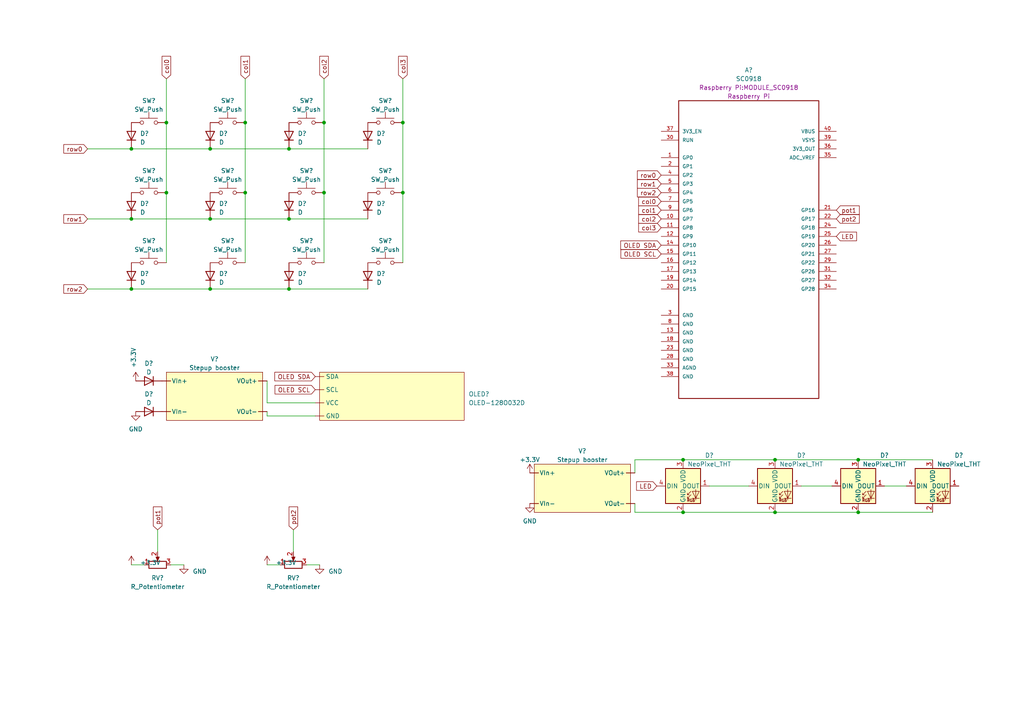
<source format=kicad_sch>
(kicad_sch (version 20230121) (generator eeschema)
  (paper "A4")
  (lib_symbols
    (symbol "Device:D" (pin_numbers hide) (pin_names (offset 1.016) hide)
      (property "Reference" "D" (at 0 2.54 0))
      (property "Value" "D" (at 0 -2.54 0))
      (symbol "D_0_1"
        (polyline (pts (xy -1.27 1.27) (xy -1.27 -1.27)) (stroke (width 0.254)))
        (polyline (pts (xy 1.27 0) (xy -1.27 0)))
        (polyline (pts (xy 1.27 1.27) (xy 1.27 -1.27) (xy -1.27 0) (xy 1.27 1.27)) (stroke (width 0.254)))
      )
      (symbol "D_1_1"
        (pin passive line (at -3.81 0 0) (length 2.54) (name "K") (number "1"))
        (pin passive line (at 3.81 0 180) (length 2.54) (name "A") (number "2"))
      )
    )
    (symbol "Device:R_Potentiometer" (pin_names (offset 1.016) hide)
      (property "Reference" "RV" (at -4.445 0 90))
      (property "Value" "R_Potentiometer" (at -2.54 0 90))
      (symbol "R_Potentiometer_0_1"
        (polyline (pts (xy 2.54 0) (xy 1.524 0)))
        (polyline (pts (xy 1.143 0) (xy 2.286 0.508) (xy 2.286 -0.508) (xy 1.143 0)) (fill (type outline)))
        (rectangle (start 1.016 2.54) (end -1.016 -2.54) (stroke (width 0.254)))
      )
      (symbol "R_Potentiometer_1_1"
        (pin passive line (at 0 3.81 270) (length 1.27) (name "1") (number "1"))
        (pin passive line (at 3.81 0 180) (length 1.27) (name "2") (number "2"))
        (pin passive line (at 0 -3.81 90) (length 1.27) (name "3") (number "3"))
      )
    )
    (symbol "Display_Graphic:OLED-128O032D"
      (property "Reference" "OLED" (at -10.16 38.1 0))
      (property "Value" "OLED-128O032D" (at 12.7 38.1 0))
      (symbol "OLED-128O032D_0_1"
        (rectangle (start -20.32 16.51) (end 21.59 2.54) (fill (type background)))
      )
      (symbol "OLED-128O032D_1_1"
        (pin power_in line (at 22.86 15.24 180) (length 2.54) (name "GND") (number ""))
        (pin input line (at 22.86 7.62 180) (length 2.54) (name "SCL") (number ""))
        (pin input line (at 22.86 3.81 180) (length 2.54) (name "SDA") (number ""))
        (pin power_in line (at 22.86 11.43 180) (length 2.54) (name "VCC") (number ""))
      )
    )
    (symbol "LED:NeoPixel_THT" (pin_names (offset 0.254))
      (property "Reference" "D" (at 5.08 5.715 0))
      (property "Value" "NeoPixel_THT" (at 1.27 -5.715 0))
      (symbol "NeoPixel_THT_0_0"
        (text "RGB" (at 2.286 -4.191 0) (effects (font (size 0.762 0.762))))
      )
      (symbol "NeoPixel_THT_0_1"
        (polyline (pts (xy 1.27 -3.556) (xy 1.778 -3.556)))
        (polyline (pts (xy 1.27 -2.54) (xy 1.778 -2.54)))
        (polyline (pts (xy 4.699 -3.556) (xy 2.667 -3.556)))
        (polyline (pts (xy 2.286 -2.54) (xy 1.27 -3.556) (xy 1.27 -3.048)))
        (polyline (pts (xy 2.286 -1.524) (xy 1.27 -2.54) (xy 1.27 -2.032)))
        (polyline (pts (xy 3.683 -1.016) (xy 3.683 -3.556) (xy 3.683 -4.064)))
        (polyline (pts (xy 4.699 -1.524) (xy 2.667 -1.524) (xy 3.683 -3.556) (xy 4.699 -1.524)))
        (rectangle (start 5.08 5.08) (end -5.08 -5.08) (stroke (width 0.254)) (fill (type background)))
      )
      (symbol "NeoPixel_THT_1_1"
        (pin output line (at 7.62 0 180) (length 2.54) (name "DOUT") (number "1"))
        (pin power_in line (at 0 -7.62 90) (length 2.54) (name "GND") (number "2"))
        (pin power_in line (at 0 7.62 270) (length 2.54) (name "VDD") (number "3"))
        (pin input line (at -7.62 0 0) (length 2.54) (name "DIN") (number "4"))
      )
    )
    (symbol "Raspberry_Pi_Pico_W_SC0918:SC0918" (pin_names (offset 1.016))
      (property "Reference" "A1" (at 0 58.42 0))
      (property "Value" "SC0918" (at 0 55.88 0))
      (property "Footprint" "Raspberry Pi:MODULE_SC0918" (at -12.7 -46.99 0))
      (property "manufacturer" "Raspberry Pi" (at 0 53.34 0))
      (symbol "SC0918_0_0"
        (rectangle (start -20.32 -43.18) (end 20.32 43.18) (stroke (width 0.254)))
        (pin bidirectional line (at -25.4 26.67 0) (length 5.08) (name "GP0") (number "1"))
        (pin bidirectional line (at -25.4 8.89 0) (length 5.08) (name "GP7") (number "10"))
        (pin bidirectional line (at -25.4 6.35 0) (length 5.08) (name "GP8") (number "11"))
        (pin bidirectional line (at -25.4 3.81 0) (length 5.08) (name "GP9") (number "12"))
        (pin power_in line (at -25.4 -24.13 0) (length 5.08) (name "GND") (number "13"))
        (pin bidirectional line (at -25.4 1.27 0) (length 5.08) (name "GP10") (number "14"))
        (pin bidirectional line (at -25.4 -1.27 0) (length 5.08) (name "GP11") (number "15"))
        (pin bidirectional line (at -25.4 -3.81 0) (length 5.08) (name "GP12") (number "16"))
        (pin bidirectional line (at -25.4 -6.35 0) (length 5.08) (name "GP13") (number "17"))
        (pin power_in line (at -25.4 -26.67 0) (length 5.08) (name "GND") (number "18"))
        (pin bidirectional line (at -25.4 -8.89 0) (length 5.08) (name "GP14") (number "19"))
        (pin bidirectional line (at -25.4 24.13 0) (length 5.08) (name "GP1") (number "2"))
        (pin bidirectional line (at -25.4 -11.43 0) (length 5.08) (name "GP15") (number "20"))
        (pin bidirectional line (at 25.4 11.43 180) (length 5.08) (name "GP16") (number "21"))
        (pin bidirectional line (at 25.4 8.89 180) (length 5.08) (name "GP17") (number "22"))
        (pin power_in line (at -25.4 -29.21 0) (length 5.08) (name "GND") (number "23"))
        (pin bidirectional line (at 25.4 6.35 180) (length 5.08) (name "GP18") (number "24"))
        (pin bidirectional line (at 25.4 3.81 180) (length 5.08) (name "GP19") (number "25"))
        (pin bidirectional line (at 25.4 1.27 180) (length 5.08) (name "GP20") (number "26"))
        (pin bidirectional line (at 25.4 -1.27 180) (length 5.08) (name "GP21") (number "27"))
        (pin power_in line (at -25.4 -31.75 0) (length 5.08) (name "GND") (number "28"))
        (pin bidirectional line (at 25.4 -3.81 180) (length 5.08) (name "GP22") (number "29"))
        (pin power_in line (at -25.4 -19.05 0) (length 5.08) (name "GND") (number "3"))
        (pin input line (at -25.4 31.75 0) (length 5.08) (name "RUN") (number "30"))
        (pin bidirectional line (at 25.4 -6.35 180) (length 5.08) (name "GP26") (number "31"))
        (pin bidirectional line (at 25.4 -8.89 180) (length 5.08) (name "GP27") (number "32"))
        (pin power_in line (at -25.4 -34.29 0) (length 5.08) (name "AGND") (number "33"))
        (pin bidirectional line (at 25.4 -11.43 180) (length 5.08) (name "GP28") (number "34"))
        (pin power_in line (at 25.4 26.67 180) (length 5.08) (name "ADC_VREF") (number "35"))
        (pin power_in line (at 25.4 29.21 180) (length 5.08) (name "3V3_OUT") (number "36"))
        (pin input line (at -25.4 34.29 0) (length 5.08) (name "3V3_EN") (number "37"))
        (pin power_in line (at -25.4 -36.83 0) (length 5.08) (name "GND") (number "38"))
        (pin free line (at 25.4 31.75 180) (length 5.08) (name "VSYS") (number "39"))
        (pin bidirectional line (at -25.4 21.59 0) (length 5.08) (name "GP2") (number "4"))
        (pin free line (at 25.4 34.29 180) (length 5.08) (name "VBUS") (number "40"))
        (pin bidirectional line (at -25.4 19.05 0) (length 5.08) (name "GP3") (number "5"))
        (pin bidirectional line (at -25.4 16.51 0) (length 5.08) (name "GP4") (number "6"))
        (pin bidirectional line (at -25.4 13.97 0) (length 5.08) (name "GP5") (number "7"))
        (pin power_in line (at -25.4 -21.59 0) (length 5.08) (name "GND") (number "8"))
        (pin bidirectional line (at -25.4 11.43 0) (length 5.08) (name "GP6") (number "9"))
      )
    )
    (symbol "Regulator_Linear:MAX5092AATE" (pin_names (offset 0.254))
      (property "Reference" "V" (at -8.89 15.875 0))
      (property "Value" "Stepup booster" (at 0 15.875 0))
      (symbol "MAX5092AATE_0_1"
        (rectangle (start -15.24 11.43) (end 12.7 -2.54) (fill (type background)))
      )
      (symbol "MAX5092AATE_1_1"
        (pin input line (at 13.97 8.89 180) (length 2.54) (name "VIn+") (number ""))
        (pin input line (at 13.97 0 180) (length 2.54) (name "VIn-") (number ""))
        (pin output line (at -16.51 8.89 0) (length 2.54) (name "VOut+") (number ""))
        (pin output line (at -16.51 0 0) (length 2.54) (name "VOut-") (number ""))
      )
    )
    (symbol "Switch:SW_Push" (pin_numbers hide) (pin_names (offset 1.016) hide)
      (property "Reference" "SW" (at 1.27 2.54 0))
      (property "Value" "SW_Push" (at 0 -1.524 0))
      (symbol "SW_Push_0_1"
        (circle (center -2.032 0) (radius 0.508))
        (polyline (pts (xy 0 1.27) (xy 0 3.048)))
        (polyline (pts (xy 2.54 1.27) (xy -2.54 1.27)))
        (circle (center 2.032 0) (radius 0.508))
        (pin passive line (at -5.08 0 0) (length 2.54) (name "1") (number "1"))
        (pin passive line (at 5.08 0 180) (length 2.54) (name "2") (number "2"))
      )
    )
    (symbol "power:+3.3V" (power) (pin_names (offset 0))
      (property "Value" "+3.3V" (at 0 3.556 0))
      (symbol "+3.3V_0_1"
        (polyline (pts (xy -0.762 1.27) (xy 0 2.54)))
        (polyline (pts (xy 0 0) (xy 0 2.54)))
        (polyline (pts (xy 0 2.54) (xy 0.762 1.27)))
      )
      (symbol "+3.3V_1_1"
        (pin power_in line (at 0 0 90) (length 0) hide (name "+3.3V") (number "1"))
      )
    )
    (symbol "power:GND" (power) (pin_names (offset 0))
      (property "Value" "GND" (at 0 -3.81 0))
      (symbol "GND_0_1"
        (polyline (pts (xy 0 0) (xy 0 -1.27) (xy 1.27 -1.27) (xy 0 -2.54) (xy -1.27 -1.27) (xy 0 -1.27)))
      )
      (symbol "GND_1_1"
        (pin power_in line (at 0 0 270) (length 0) hide (name "GND") (number "1"))
      )
    )
  )
  (junction (at 116.84 55.88))
  (junction (at 198.12 148.59))
  (junction (at 38.1 63.5))
  (junction (at 38.1 83.82))
  (junction (at 83.82 63.5))
  (junction (at 198.12 133.35))
  (junction (at 248.92 133.35))
  (junction (at 116.84 35.56))
  (junction (at 248.92 148.59))
  (junction (at 83.82 83.82))
  (junction (at 48.26 55.88))
  (junction (at 93.98 55.88))
  (junction (at 38.1 43.18))
  (junction (at 60.96 43.18))
  (junction (at 48.26 35.56))
  (junction (at 224.79 148.59))
  (junction (at 71.12 55.88))
  (junction (at 60.96 83.82))
  (junction (at 224.79 133.35))
  (junction (at 60.96 63.5))
  (junction (at 83.82 43.18))
  (junction (at 93.98 35.56))
  (junction (at 71.12 35.56))
  (wire (pts (xy 248.92 148.59) (xy 270.51 148.59)))
  (wire (pts (xy 60.96 63.5) (xy 83.82 63.5)))
  (wire (pts (xy 71.12 35.56) (xy 71.12 55.88)))
  (wire (pts (xy 83.82 63.5) (xy 106.68 63.5)))
  (wire (pts (xy 93.98 22.86) (xy 93.98 35.56)))
  (wire (pts (xy 25.4 63.5) (xy 38.1 63.5)))
  (wire (pts (xy 256.54 140.97) (xy 262.89 140.97)))
  (wire (pts (xy 48.26 55.88) (xy 48.26 76.2)))
  (wire (pts (xy 77.47 163.83) (xy 81.28 163.83)))
  (wire (pts (xy 49.53 163.83) (xy 53.34 163.83)))
  (wire (pts (xy 184.15 137.16) (xy 184.15 133.35)))
  (wire (pts (xy 232.41 140.97) (xy 241.3 140.97)))
  (wire (pts (xy 83.82 83.82) (xy 106.68 83.82)))
  (wire (pts (xy 198.12 133.35) (xy 224.79 133.35)))
  (wire (pts (xy 88.9 163.83) (xy 92.71 163.83)))
  (wire (pts (xy 116.84 22.86) (xy 116.84 35.56)))
  (wire (pts (xy 205.74 140.97) (xy 217.17 140.97)))
  (wire (pts (xy 116.84 35.56) (xy 116.84 55.88)))
  (wire (pts (xy 77.47 120.65) (xy 91.44 120.65)))
  (wire (pts (xy 25.4 83.82) (xy 38.1 83.82)))
  (wire (pts (xy 224.79 133.35) (xy 248.92 133.35)))
  (wire (pts (xy 48.26 22.86) (xy 48.26 35.56)))
  (wire (pts (xy 184.15 146.05) (xy 184.15 148.59)))
  (wire (pts (xy 93.98 35.56) (xy 93.98 55.88)))
  (wire (pts (xy 77.47 110.49) (xy 77.47 116.84)))
  (wire (pts (xy 71.12 22.86) (xy 71.12 35.56)))
  (wire (pts (xy 45.72 153.67) (xy 45.72 160.02)))
  (wire (pts (xy 184.15 133.35) (xy 198.12 133.35)))
  (wire (pts (xy 38.1 43.18) (xy 60.96 43.18)))
  (wire (pts (xy 60.96 83.82) (xy 83.82 83.82)))
  (wire (pts (xy 48.26 35.56) (xy 48.26 55.88)))
  (wire (pts (xy 77.47 119.38) (xy 77.47 120.65)))
  (wire (pts (xy 83.82 43.18) (xy 106.68 43.18)))
  (wire (pts (xy 71.12 55.88) (xy 71.12 76.2)))
  (wire (pts (xy 85.09 153.67) (xy 85.09 160.02)))
  (wire (pts (xy 38.1 63.5) (xy 60.96 63.5)))
  (wire (pts (xy 224.79 148.59) (xy 248.92 148.59)))
  (wire (pts (xy 93.98 55.88) (xy 93.98 76.2)))
  (wire (pts (xy 198.12 148.59) (xy 224.79 148.59)))
  (wire (pts (xy 184.15 148.59) (xy 198.12 148.59)))
  (wire (pts (xy 248.92 133.35) (xy 270.51 133.35)))
  (wire (pts (xy 38.1 163.83) (xy 41.91 163.83)))
  (wire (pts (xy 77.47 116.84) (xy 91.44 116.84)))
  (wire (pts (xy 38.1 83.82) (xy 60.96 83.82)))
  (wire (pts (xy 60.96 43.18) (xy 83.82 43.18)))
  (wire (pts (xy 25.4 43.18) (xy 38.1 43.18)))
  (wire (pts (xy 116.84 55.88) (xy 116.84 76.2)))
  (global_label "row2" (shape input) (at 191.77 55.88 180) (property "Intersheetrefs" "${INTERSHEET_REFS}" (effects hide)))
  (global_label "row2" (shape input) (at 25.4 83.82 180) (property "Intersheetrefs" "${INTERSHEET_REFS}" (effects hide)))
  (global_label "LED" (shape input) (at 242.57 68.58 0) (property "Intersheetrefs" "${INTERSHEET_REFS}" (effects hide)))
  (global_label "row0" (shape input) (at 25.4 43.18 180) (property "Intersheetrefs" "${INTERSHEET_REFS}" (effects hide)))
  (global_label "LED" (shape input) (at 190.5 140.97 180) (property "Intersheetrefs" "${INTERSHEET_REFS}" (effects hide)))
  (global_label "OLED SDA" (shape input) (at 191.77 71.12 180) (property "Intersheetrefs" "${INTERSHEET_REFS}" (effects hide)))
  (global_label "row1" (shape input) (at 191.77 53.34 180) (property "Intersheetrefs" "${INTERSHEET_REFS}" (effects hide)))
  (global_label "pot2" (shape input) (at 242.57 63.5 0) (property "Intersheetrefs" "${INTERSHEET_REFS}" (effects hide)))
  (global_label "OLED SDA" (shape input) (at 91.44 109.22 180) (property "Intersheetrefs" "${INTERSHEET_REFS}" (effects hide)))
  (global_label "pot2" (shape input) (at 85.09 153.67 90) (property "Intersheetrefs" "${INTERSHEET_REFS}" (effects hide)))
  (global_label "row1" (shape input) (at 25.4 63.5 180) (property "Intersheetrefs" "${INTERSHEET_REFS}" (effects hide)))
  (global_label "col0" (shape input) (at 48.26 22.86 90) (property "Intersheetrefs" "${INTERSHEET_REFS}" (effects hide)))
  (global_label "col0" (shape input) (at 191.77 58.42 180) (property "Intersheetrefs" "${INTERSHEET_REFS}" (effects hide)))
  (global_label "row0" (shape input) (at 191.77 50.8 180) (property "Intersheetrefs" "${INTERSHEET_REFS}" (effects hide)))
  (global_label "col1" (shape input) (at 191.77 60.96 180) (property "Intersheetrefs" "${INTERSHEET_REFS}" (effects hide)))
  (global_label "col2" (shape input) (at 93.98 22.86 90) (property "Intersheetrefs" "${INTERSHEET_REFS}" (effects hide)))
  (global_label "col3" (shape input) (at 191.77 66.04 180) (property "Intersheetrefs" "${INTERSHEET_REFS}" (effects hide)))
  (global_label "col2" (shape input) (at 191.77 63.5 180) (property "Intersheetrefs" "${INTERSHEET_REFS}" (effects hide)))
  (global_label "OLED SCL" (shape input) (at 191.77 73.66 180) (property "Intersheetrefs" "${INTERSHEET_REFS}" (effects hide)))
  (global_label "col3" (shape input) (at 116.84 22.86 90) (property "Intersheetrefs" "${INTERSHEET_REFS}" (effects hide)))
  (global_label "pot1" (shape input) (at 242.57 60.96 0) (property "Intersheetrefs" "${INTERSHEET_REFS}" (effects hide)))
  (global_label "pot1" (shape input) (at 45.72 153.67 90) (property "Intersheetrefs" "${INTERSHEET_REFS}" (effects hide)))
  (global_label "col1" (shape input) (at 71.12 22.86 90) (property "Intersheetrefs" "${INTERSHEET_REFS}" (effects hide)))
  (global_label "OLED SCL" (shape input) (at 91.44 113.03 180) (property "Intersheetrefs" "${INTERSHEET_REFS}" (effects hide)))
  (symbol (lib_id "power:GND") (at 39.37 119.38 0) (unit 1)
    (property "Reference" "#PWR08" (effects hide))
    (property "Value" "GND" (at 39.37 124.46 0))
  )
  (symbol (lib_id "Raspberry_Pi_Pico_W_SC0918:SC0918") (at 217.17 72.39 0) (unit 1)
    (property "Reference" "A?" (at 217.17 20.32 0))
    (property "Value" "SC0918" (at 217.17 22.86 0))
    (property "Footprint" "Raspberry Pi:MODULE_SC0918" (at 217.17 25.4 0))
    (property "Datasheet" "https://datasheets.raspberrypi.com/picow/pico-w-datasheet.pdf" (effects hide))
    (property "manufacturer" "Raspberry Pi" (at 217.17 27.94 0))
    (property "P/N" "SC0918" (effects hide))
    (property "PARTREV" "1.6" (effects hide))
    (property "MAXIMUM_PACKAGE_HEIGHT" "3.73mm" (effects hide))
  )
  (symbol (lib_id "Device:D") (at 106.68 39.37 90) (unit 1)
    (property "Reference" "D?" (at 109.22 38.735 90) (effects (justify right)))
    (property "Value" "D" (at 109.22 41.275 90) (effects (justify right)))
    (property "Sim.Device" "D" (effects hide))
    (property "Sim.Pins" "1=K 2=A" (effects hide))
  )
  (symbol (lib_id "Switch:SW_Push") (at 43.18 76.2 0) (unit 1)
    (property "Reference" "SW?" (at 43.18 69.85 0))
    (property "Value" "SW_Push" (at 43.18 72.39 0))
  )
  (symbol (lib_id "Switch:SW_Push") (at 88.9 35.56 0) (unit 1)
    (property "Reference" "SW?" (at 88.9 29.21 0))
    (property "Value" "SW_Push" (at 88.9 31.75 0))
  )
  (symbol (lib_id "Device:D") (at 60.96 59.69 90) (unit 1)
    (property "Reference" "D?" (at 63.5 59.055 90) (effects (justify right)))
    (property "Value" "D" (at 63.5 61.595 90) (effects (justify right)))
    (property "Sim.Device" "D" (effects hide))
    (property "Sim.Pins" "1=K 2=A" (effects hide))
  )
  (symbol (lib_id "Switch:SW_Push") (at 66.04 35.56 0) (unit 1)
    (property "Reference" "SW?" (at 66.04 29.21 0))
    (property "Value" "SW_Push" (at 66.04 31.75 0))
  )
  (symbol (lib_id "Switch:SW_Push") (at 111.76 35.56 0) (unit 1)
    (property "Reference" "SW?" (at 111.76 29.21 0))
    (property "Value" "SW_Push" (at 111.76 31.75 0))
  )
  (symbol (lib_id "power:GND") (at 153.67 146.05 0) (unit 1)
    (property "Reference" "#PWR010" (effects hide))
    (property "Value" "GND" (at 153.67 151.13 0))
  )
  (symbol (lib_id "Device:D") (at 43.18 110.49 180) (unit 1)
    (property "Reference" "D?" (at 43.18 105.41 0))
    (property "Value" "D" (at 43.18 107.95 0))
    (property "Sim.Device" "D" (effects hide))
    (property "Sim.Pins" "1=K 2=A" (effects hide))
  )
  (symbol (lib_id "Device:D") (at 38.1 39.37 90) (unit 1)
    (property "Reference" "D?" (at 40.64 38.735 90) (effects (justify right)))
    (property "Value" "D" (at 40.64 41.275 90) (effects (justify right)))
    (property "Sim.Device" "D" (effects hide))
    (property "Sim.Pins" "1=K 2=A" (effects hide))
  )
  (symbol (lib_id "power:+3.3V") (at 77.47 163.83 0) (unit 1)
    (property "Reference" "#PWR03" (effects hide))
    (property "Value" "+3.3V" (at 80.01 163.195 0) (effects (justify left)))
  )
  (symbol (lib_id "Device:D") (at 83.82 59.69 90) (unit 1)
    (property "Reference" "D?" (at 86.36 59.055 90) (effects (justify right)))
    (property "Value" "D" (at 86.36 61.595 90) (effects (justify right)))
    (property "Sim.Device" "D" (effects hide))
    (property "Sim.Pins" "1=K 2=A" (effects hide))
  )
  (symbol (lib_id "Device:R_Potentiometer") (at 85.09 163.83 90) (unit 1)
    (property "Reference" "RV?" (at 85.09 167.64 90))
    (property "Value" "R_Potentiometer" (at 85.09 170.18 90))
  )
  (symbol (lib_id "Device:D") (at 60.96 39.37 90) (unit 1)
    (property "Reference" "D?" (at 63.5 38.735 90) (effects (justify right)))
    (property "Value" "D" (at 63.5 41.275 90) (effects (justify right)))
    (property "Sim.Device" "D" (effects hide))
    (property "Sim.Pins" "1=K 2=A" (effects hide))
  )
  (symbol (lib_id "Device:D") (at 106.68 80.01 90) (unit 1)
    (property "Reference" "D?" (at 109.22 79.375 90) (effects (justify right)))
    (property "Value" "D" (at 109.22 81.915 90) (effects (justify right)))
    (property "Sim.Device" "D" (effects hide))
    (property "Sim.Pins" "1=K 2=A" (effects hide))
  )
  (symbol (lib_id "LED:NeoPixel_THT") (at 224.79 140.97 0) (unit 1)
    (property "Reference" "D?" (at 232.41 132.08 0))
    (property "Value" "NeoPixel_THT" (at 232.41 134.62 0))
    (property "Datasheet" "https://www.adafruit.com/product/1938" (effects hide))
  )
  (symbol (lib_id "Device:D") (at 60.96 80.01 90) (unit 1)
    (property "Reference" "D?" (at 63.5 79.375 90) (effects (justify right)))
    (property "Value" "D" (at 63.5 81.915 90) (effects (justify right)))
    (property "Sim.Device" "D" (effects hide))
    (property "Sim.Pins" "1=K 2=A" (effects hide))
  )
  (symbol (lib_id "power:+3.3V") (at 39.37 110.49 0) (unit 1)
    (property "Reference" "#PWR01" (effects hide))
    (property "Value" "+3.3V" (at 38.735 106.68 90) (effects (justify left)))
  )
  (symbol (lib_id "LED:NeoPixel_THT") (at 198.12 140.97 0) (unit 1)
    (property "Reference" "D?" (at 205.74 132.08 0))
    (property "Value" "NeoPixel_THT" (at 205.74 134.62 0))
    (property "Datasheet" "https://www.adafruit.com/product/1938" (effects hide))
  )
  (symbol (lib_id "Switch:SW_Push") (at 66.04 55.88 0) (unit 1)
    (property "Reference" "SW?" (at 66.04 49.53 0))
    (property "Value" "SW_Push" (at 66.04 52.07 0))
  )
  (symbol (lib_id "Switch:SW_Push") (at 66.04 76.2 0) (unit 1)
    (property "Reference" "SW?" (at 66.04 69.85 0))
    (property "Value" "SW_Push" (at 66.04 72.39 0))
  )
  (symbol (lib_id "power:GND") (at 92.71 163.83 0) (unit 1)
    (property "Reference" "#PWR05" (effects hide))
    (property "Value" "GND" (at 95.25 165.735 0) (effects (justify left)))
  )
  (symbol (lib_id "Switch:SW_Push") (at 111.76 55.88 0) (unit 1)
    (property "Reference" "SW?" (at 111.76 49.53 0))
    (property "Value" "SW_Push" (at 111.76 52.07 0))
  )
  (symbol (lib_id "Device:D") (at 38.1 59.69 90) (unit 1)
    (property "Reference" "D?" (at 40.64 59.055 90) (effects (justify right)))
    (property "Value" "D" (at 40.64 61.595 90) (effects (justify right)))
    (property "Sim.Device" "D" (effects hide))
    (property "Sim.Pins" "1=K 2=A" (effects hide))
  )
  (symbol (lib_id "Switch:SW_Push") (at 88.9 55.88 0) (unit 1)
    (property "Reference" "SW?" (at 88.9 49.53 0))
    (property "Value" "SW_Push" (at 88.9 52.07 0))
  )
  (symbol (lib_id "LED:NeoPixel_THT") (at 270.51 140.97 0) (unit 1)
    (property "Reference" "D?" (at 278.13 132.08 0))
    (property "Value" "NeoPixel_THT" (at 278.13 134.62 0))
    (property "Datasheet" "https://www.adafruit.com/product/1938" (effects hide))
  )
  (symbol (lib_id "Switch:SW_Push") (at 88.9 76.2 0) (unit 1)
    (property "Reference" "SW?" (at 88.9 69.85 0))
    (property "Value" "SW_Push" (at 88.9 72.39 0))
  )
  (symbol (lib_id "Device:D") (at 43.18 119.38 180) (unit 1)
    (property "Reference" "D?" (at 43.18 114.3 0))
    (property "Value" "D" (at 43.18 116.84 0))
    (property "Sim.Device" "D" (effects hide))
    (property "Sim.Pins" "1=K 2=A" (effects hide))
  )
  (symbol (lib_id "Device:D") (at 38.1 80.01 90) (unit 1)
    (property "Reference" "D?" (at 40.64 79.375 90) (effects (justify right)))
    (property "Value" "D" (at 40.64 81.915 90) (effects (justify right)))
    (property "Sim.Device" "D" (effects hide))
    (property "Sim.Pins" "1=K 2=A" (effects hide))
  )
  (symbol (lib_id "Switch:SW_Push") (at 111.76 76.2 0) (unit 1)
    (property "Reference" "SW?" (at 111.76 69.85 0))
    (property "Value" "SW_Push" (at 111.76 72.39 0))
  )
  (symbol (lib_id "LED:NeoPixel_THT") (at 248.92 140.97 0) (unit 1)
    (property "Reference" "D?" (at 256.54 132.08 0))
    (property "Value" "NeoPixel_THT" (at 256.54 134.62 0))
    (property "Datasheet" "https://www.adafruit.com/product/1938" (effects hide))
  )
  (symbol (lib_id "power:+3.3V") (at 153.67 137.16 0) (unit 1)
    (property "Reference" "#PWR09" (effects hide))
    (property "Value" "+3.3V" (at 153.67 133.35 0))
  )
  (symbol (lib_id "Device:D") (at 83.82 80.01 90) (unit 1)
    (property "Reference" "D?" (at 86.36 79.375 90) (effects (justify right)))
    (property "Value" "D" (at 86.36 81.915 90) (effects (justify right)))
    (property "Sim.Device" "D" (effects hide))
    (property "Sim.Pins" "1=K 2=A" (effects hide))
  )
  (symbol (lib_id "Display_Graphic:OLED-128O032D") (at 114.3 105.41 180) (unit 1)
    (property "Reference" "OLED?" (at 135.89 114.3 0) (effects (justify right)))
    (property "Value" "OLED-128O032D" (at 135.89 116.84 0) (effects (justify right)))
    (property "Footprint" "Display:OLED-128O064D" (effects hide))
    (property "Datasheet" "https://www.vishay.com/docs/37902/oled128o064dbpp3n00000.pdf" (effects hide))
  )
  (symbol (lib_id "Switch:SW_Push") (at 43.18 55.88 0) (unit 1)
    (property "Reference" "SW?" (at 43.18 49.53 0))
    (property "Value" "SW_Push" (at 43.18 52.07 0))
  )
  (symbol (lib_id "power:GND") (at 53.34 163.83 0) (unit 1)
    (property "Reference" "#PWR04" (effects hide))
    (property "Value" "GND" (at 55.88 165.735 0) (effects (justify left)))
  )
  (symbol (lib_id "Regulator_Linear:MAX5092AATE") (at 167.64 146.05 0) (mirror y) (unit 1)
    (property "Reference" "V?" (at 168.91 130.81 0))
    (property "Value" "Stepup booster" (at 168.91 133.35 0))
    (property "Footprint" "Package_DFN_QFN:QFN-16-1EP_5x5mm_P0.8mm_EP2.7x2.7mm" (effects hide))
    (property "Datasheet" "http://datasheets.maximintegrated.com/en/ds/MAX5092-MAX5093.pdf" (effects hide))
  )
  (symbol (lib_id "power:+3.3V") (at 38.1 163.83 0) (unit 1)
    (property "Reference" "#PWR02" (effects hide))
    (property "Value" "+3.3V" (at 40.64 163.195 0) (effects (justify left)))
  )
  (symbol (lib_id "Device:D") (at 106.68 59.69 90) (unit 1)
    (property "Reference" "D?" (at 109.22 59.055 90) (effects (justify right)))
    (property "Value" "D" (at 109.22 61.595 90) (effects (justify right)))
    (property "Sim.Device" "D" (effects hide))
    (property "Sim.Pins" "1=K 2=A" (effects hide))
  )
  (symbol (lib_id "Device:R_Potentiometer") (at 45.72 163.83 90) (unit 1)
    (property "Reference" "RV?" (at 45.72 167.64 90))
    (property "Value" "R_Potentiometer" (at 45.72 170.18 90))
  )
  (symbol (lib_id "Switch:SW_Push") (at 43.18 35.56 0) (unit 1)
    (property "Reference" "SW?" (at 43.18 29.21 0))
    (property "Value" "SW_Push" (at 43.18 31.75 0))
  )
  (symbol (lib_id "Device:D") (at 83.82 39.37 90) (unit 1)
    (property "Reference" "D?" (at 86.36 38.735 90) (effects (justify right)))
    (property "Value" "D" (at 86.36 41.275 90) (effects (justify right)))
    (property "Sim.Device" "D" (effects hide))
    (property "Sim.Pins" "1=K 2=A" (effects hide))
  )
  (symbol (lib_id "Regulator_Linear:MAX5092AATE") (at 60.96 119.38 0) (mirror y) (unit 1)
    (property "Reference" "V?" (at 62.23 104.14 0))
    (property "Value" "Stepup booster" (at 62.23 106.68 0))
    (property "Footprint" "Package_DFN_QFN:QFN-16-1EP_5x5mm_P0.8mm_EP2.7x2.7mm" (effects hide))
    (property "Datasheet" "http://datasheets.maximintegrated.com/en/ds/MAX5092-MAX5093.pdf" (effects hide))
  )
)
</source>
